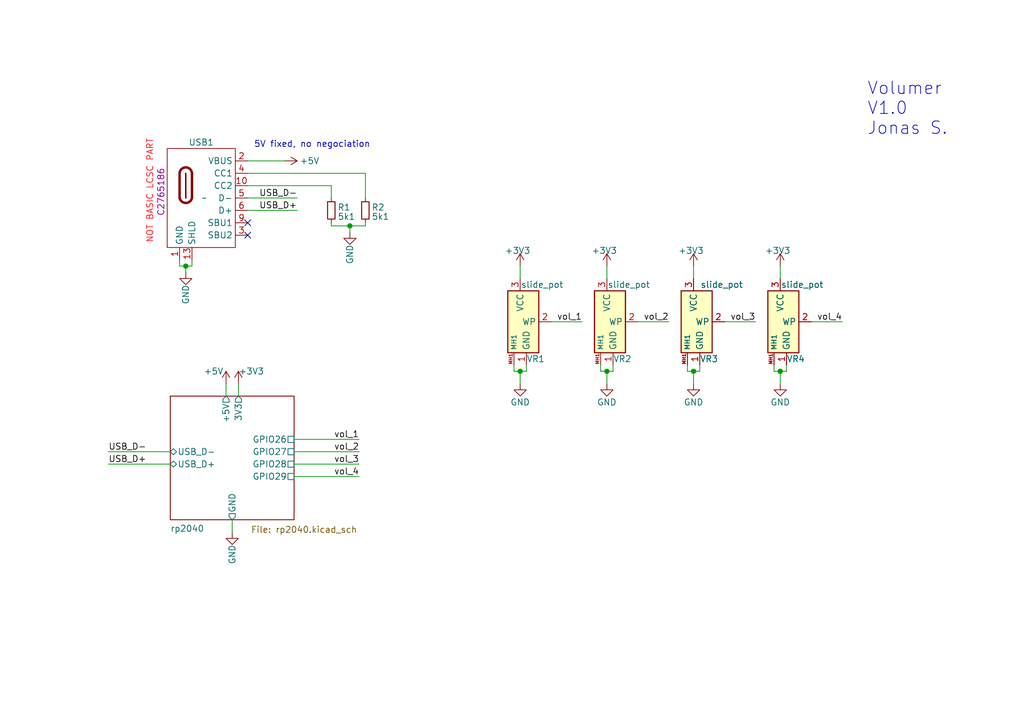
<source format=kicad_sch>
(kicad_sch (version 20230121) (generator eeschema)
  (paper "A5")
  (title_block (title "Volumer") (date "2023-11-13") (rev "1.0") (company "Jonas S."))
  (lib_symbols
    (symbol "Device:R_Small" (pin_numbers hide) (pin_names (offset 0.254) hide)
      (property "Reference" "R" (at 0.762 0.508 0))
      (property "Value" "R_Small" (at 0.762 -1.016 0))
      (symbol "R_Small_0_1"
        (rectangle (start -0.762 1.778) (end 0.762 -1.778) (stroke (width 0.2032)))
      )
      (symbol "R_Small_1_1"
        (pin passive line (at 0 2.54 270) (length 0.762) (name "~") (number "1"))
        (pin passive line (at 0 -2.54 90) (length 0.762) (name "~") (number "2"))
      )
    )
    (symbol "USB_C:USBC_16P"
      (property "Reference" "USB" (at 2.54 11.43 0))
      (property "LCSC" "C2765186" (at 0 0 0))
      (symbol "USBC_16P_0_1"
        (rectangle (start -7.62 10.16) (end 6.35 -10.16))
      )
      (symbol "USBC_16P_1_1"
        (arc (start -5.08 0) (mid -3.81 -1.0075) (end -2.54 0) (stroke (width 0.5)))
        (rectangle (start -3.81 5.08) (end -3.81 0) (stroke (width 0.3)))
        (arc (start -2.54 5.08) (mid -3.81 6.286) (end -5.08 5.08) (stroke (width 0.5)))
        (polyline (pts (xy -5.08 5.08) (xy -5.08 0)) (stroke (width 0.5)))
        (polyline (pts (xy -2.54 5.08) (xy -2.54 0)) (stroke (width 0.5)))
        (pin passive line (at -5.08 -12.7 90) (length 2.54) (name "GND") (number "1"))
        (pin passive line (at 8.89 2.54 180) (length 2.54) (name "CC2") (number "10"))
        (pin passive line (at 8.89 7.62 180) (length 2.54) hide (name "VBUS") (number "11"))
        (pin passive line (at -5.08 -12.7 90) (length 2.54) hide (name "GND") (number "12"))
        (pin passive line (at -2.54 -12.7 90) (length 2.54) (name "SHLD") (number "13"))
        (pin passive line (at 8.89 7.62 180) (length 2.54) (name "VBUS") (number "2"))
        (pin passive line (at 8.89 -7.62 180) (length 2.54) (name "SBU2") (number "3"))
        (pin passive line (at 8.89 5.08 180) (length 2.54) (name "CC1") (number "4"))
        (pin passive line (at 8.89 0 180) (length 2.54) (name "D-") (number "5"))
        (pin passive line (at 8.89 -2.54 180) (length 2.54) (name "D+") (number "6"))
        (pin passive line (at 8.89 0 180) (length 2.54) hide (name "D-") (number "7"))
        (pin passive line (at 8.89 -2.54 180) (length 2.54) hide (name "D+") (number "8"))
        (pin passive line (at 8.89 -5.08 180) (length 2.54) (name "SBU1") (number "9"))
      )
    )
    (symbol "power:+3V3" (power) (pin_names (offset 0))
      (property "Value" "+3V3" (at 0 3.556 0))
      (symbol "+3V3_0_1"
        (polyline (pts (xy -0.762 1.27) (xy 0 2.54)))
        (polyline (pts (xy 0 0) (xy 0 2.54)))
        (polyline (pts (xy 0 2.54) (xy 0.762 1.27)))
      )
      (symbol "+3V3_1_1"
        (pin power_in line (at 0 0 90) (length 0) hide (name "+3V3") (number "1"))
      )
    )
    (symbol "power:+5V" (power) (pin_names (offset 0))
      (property "Value" "+5V" (at 0 3.556 0))
      (symbol "+5V_0_1"
        (polyline (pts (xy -0.762 1.27) (xy 0 2.54)))
        (polyline (pts (xy 0 0) (xy 0 2.54)))
        (polyline (pts (xy 0 2.54) (xy 0.762 1.27)))
      )
      (symbol "+5V_1_1"
        (pin power_in line (at 0 0 90) (length 0) hide (name "+5V") (number "1"))
      )
    )
    (symbol "power:GND" (power) (pin_names (offset 0))
      (property "Value" "GND" (at 0 -3.81 0))
      (symbol "GND_0_1"
        (polyline (pts (xy 0 0) (xy 0 -1.27) (xy 1.27 -1.27) (xy 0 -2.54) (xy -1.27 -1.27) (xy 0 -1.27)))
      )
      (symbol "GND_1_1"
        (pin power_in line (at 0 0 270) (length 0) hide (name "GND") (number "1"))
      )
    )
    (symbol "slide_pot_1"
      (property "Reference" "VR" (at 10.16 -13.97 0))
      (property "Value" "slide_pot" (at 8.89 2.54 0))
      (symbol "slide_pot_1_1_1"
        (rectangle (start 5.08 0) (end 11.43 -12.7) (stroke (width 0.254)) (fill (type background)))
        (pin passive line (at 8.89 -15.24 90) (length 2.54) (name "GND") (number "1"))
        (pin passive line (at 13.97 -6.35 180) (length 2.54) (name "WP") (number "2"))
        (pin passive line (at 7.62 2.54 270) (length 2.54) (name "VCC") (number "3"))
        (pin passive line (at 6.35 -15.24 90) (length 2.54) (name "MH1") (number "MH1"))
        (pin passive line (at 6.35 -15.24 90) (length 2.54) hide (name "MH2") (number "MH2"))
        (pin passive line (at 6.35 -15.24 90) (length 2.54) hide (name "MH3") (number "MH3"))
        (pin passive line (at 6.35 -15.24 90) (length 2.54) hide (name "MH4") (number "MH4"))
      )
    )
  )
  (junction (at 124.46 76.2))
  (junction (at 160.02 76.2))
  (junction (at 106.68 76.2))
  (junction (at 71.755 46.355))
  (junction (at 142.24 76.2))
  (junction (at 38.1 54.61))
  (no_connect (at 50.8 48.26))
  (no_connect (at 50.8 45.72))
  (wire (pts (xy 143.51 74.93) (xy 143.51 76.2)))
  (wire (pts (xy 140.97 76.2) (xy 142.24 76.2)))
  (wire (pts (xy 160.02 54.61) (xy 160.02 57.15)))
  (wire (pts (xy 50.8 33.02) (xy 58.42 33.02)))
  (wire (pts (xy 36.83 54.61) (xy 38.1 54.61)))
  (wire (pts (xy 130.81 66.04) (xy 137.16 66.04)))
  (wire (pts (xy 125.73 76.2) (xy 124.46 76.2)))
  (wire (pts (xy 105.41 74.93) (xy 105.41 76.2)))
  (wire (pts (xy 74.93 35.56) (xy 74.93 40.64)))
  (wire (pts (xy 123.19 74.93) (xy 123.19 76.2)))
  (wire (pts (xy 67.945 45.72) (xy 67.945 46.355)))
  (wire (pts (xy 148.59 66.04) (xy 154.94 66.04)))
  (wire (pts (xy 22.225 95.25) (xy 34.925 95.25)))
  (wire (pts (xy 161.29 76.2) (xy 160.02 76.2)))
  (wire (pts (xy 166.37 66.04) (xy 172.72 66.04)))
  (wire (pts (xy 47.625 106.68) (xy 47.625 109.22)))
  (wire (pts (xy 160.02 76.2) (xy 160.02 78.74)))
  (wire (pts (xy 67.945 38.1) (xy 67.945 40.64)))
  (wire (pts (xy 143.51 76.2) (xy 142.24 76.2)))
  (wire (pts (xy 71.755 46.355) (xy 71.755 47.625)))
  (wire (pts (xy 106.68 76.2) (xy 106.68 78.74)))
  (wire (pts (xy 50.8 40.64) (xy 60.96 40.64)))
  (wire (pts (xy 158.75 74.93) (xy 158.75 76.2)))
  (wire (pts (xy 39.37 53.34) (xy 39.37 54.61)))
  (wire (pts (xy 124.46 76.2) (xy 124.46 78.74)))
  (wire (pts (xy 36.83 53.34) (xy 36.83 54.61)))
  (wire (pts (xy 74.93 45.72) (xy 74.93 46.355)))
  (wire (pts (xy 107.95 76.2) (xy 106.68 76.2)))
  (wire (pts (xy 50.8 38.1) (xy 67.945 38.1)))
  (wire (pts (xy 38.1 54.61) (xy 38.1 55.88)))
  (wire (pts (xy 60.325 92.71) (xy 73.66 92.71)))
  (wire (pts (xy 113.03 66.04) (xy 119.38 66.04)))
  (wire (pts (xy 124.46 54.61) (xy 124.46 57.15)))
  (wire (pts (xy 140.97 74.93) (xy 140.97 76.2)))
  (wire (pts (xy 158.75 76.2) (xy 160.02 76.2)))
  (wire (pts (xy 142.24 76.2) (xy 142.24 78.74)))
  (wire (pts (xy 107.95 74.93) (xy 107.95 76.2)))
  (wire (pts (xy 60.325 95.25) (xy 73.66 95.25)))
  (wire (pts (xy 39.37 54.61) (xy 38.1 54.61)))
  (wire (pts (xy 74.93 46.355) (xy 71.755 46.355)))
  (wire (pts (xy 67.945 46.355) (xy 71.755 46.355)))
  (wire (pts (xy 105.41 76.2) (xy 106.68 76.2)))
  (wire (pts (xy 22.225 92.71) (xy 34.925 92.71)))
  (wire (pts (xy 125.73 74.93) (xy 125.73 76.2)))
  (wire (pts (xy 60.325 90.17) (xy 73.66 90.17)))
  (wire (pts (xy 46.355 78.74) (xy 46.355 81.28)))
  (wire (pts (xy 50.8 35.56) (xy 74.93 35.56)))
  (wire (pts (xy 106.68 54.61) (xy 106.68 57.15)))
  (wire (pts (xy 161.29 74.93) (xy 161.29 76.2)))
  (wire (pts (xy 50.8 43.18) (xy 60.96 43.18)))
  (wire (pts (xy 142.24 54.61) (xy 142.24 57.15)))
  (wire (pts (xy 48.895 78.74) (xy 48.895 81.28)))
  (wire (pts (xy 123.19 76.2) (xy 124.46 76.2)))
  (wire (pts (xy 60.325 97.79) (xy 73.66 97.79)))
  (text "NOT BASIC LCSC PART" (at 31.496 50.038 90) (effects (font (size 1.27 1.27)) (justify left bottom)))
  (text "Volumer\nV1.0\nJonas S." (at 177.8 27.94 0) (effects (font (size 2.54 2.54)) (justify left bottom)))
  (text "5V fixed, no negociation" (at 52.07 30.48 0) (effects (font (size 1.27 1.27)) (justify left bottom)))
  (label "vol_3" (at 73.66 95.25 180))
  (label "USB_D+" (at 22.225 95.25 0))
  (label "vol_4" (at 172.72 66.04 180))
  (label "vol_3" (at 154.94 66.04 180))
  (label "vol_4" (at 73.66 97.79 180))
  (label "vol_2" (at 73.66 92.71 180))
  (label "USB_D+" (at 60.96 43.18 180))
  (label "USB_D-" (at 60.96 40.64 180))
  (label "vol_1" (at 73.66 90.17 180))
  (label "vol_2" (at 137.16 66.04 180))
  (label "USB_D-" (at 22.225 92.71 0))
  (label "vol_1" (at 119.38 66.04 180))
  (symbol (lib_id "Device:R_Small") (at 67.945 43.18 0) (unit 1)
    (property "Reference" "R1" (at 69.215 42.545 0) (effects (justify left)))
    (property "Value" "5k1" (at 69.215 44.45 0) (effects (justify left)))
    (property "Footprint" "Resistor_SMD:R_0603_1608Metric" (effects hide))
    (property "LCSC" "C23186" (effects hide))
  )
  (symbol (lib_id "power:+3V3") (at 106.68 54.61 0) (unit 1)
    (property "Reference" "#PWR07" (effects hide))
    (property "Value" "+3V3" (at 103.505 51.435 0) (effects (justify left)))
  )
  (symbol (lib_id "power:+3V3") (at 48.895 78.74 0) (unit 1)
    (property "Reference" "#PWR04" (effects hide))
    (property "Value" "+3V3" (at 48.895 76.2 0) (effects (justify left)))
  )
  (symbol (lib_name "slide_pot_1") (lib_id "PTA4543-2015CPB104:slide_pot") (at 152.4 59.69 0) (unit 1)
    (property "Reference" "VR4" (at 165.1 73.66 0) (effects (justify right)))
    (property "Value" "slide_pot" (at 168.91 58.42 0) (effects (justify right)))
    (property "Footprint" "PTA45432015CPB503" (effects hide))
    (property "Datasheet" "https://componentsearchengine.com/Datasheets/1/PTA4543-2015CPB503.pdf" (effects hide))
    (property "Height" "21.5" (effects hide))
    (property "Mouser Part Number" "652-PTA45432015CPB10" (effects hide))
    (property "Mouser Price/Stock" "https://www.mouser.co.uk/ProductDetail/Bourns/PTA4543-2015CPB104?qs=Zq5ylnUbLm5bgYHDzxuH5g%3D%3D" (effects hide))
    (property "Manufacturer_Name" "Bourns" (effects hide))
    (property "Manufacturer_Part_Number" "PTA4543-2015CPB104" (effects hide))
  )
  (symbol (lib_id "power:+5V") (at 58.42 33.02 270) (unit 1)
    (property "Reference" "#PWR05" (effects hide))
    (property "Value" "+5V" (at 63.5 33.02 90))
  )
  (symbol (lib_id "Device:R_Small") (at 74.93 43.18 0) (unit 1)
    (property "Reference" "R2" (at 76.2 42.545 0) (effects (justify left)))
    (property "Value" "5k1" (at 76.2 44.45 0) (effects (justify left)))
    (property "Footprint" "Resistor_SMD:R_0603_1608Metric" (effects hide))
    (property "LCSC" "C23186" (effects hide))
  )
  (symbol (lib_id "power:GND") (at 38.1 55.88 0) (unit 1)
    (property "Reference" "#PWR01" (effects hide))
    (property "Value" "GND" (at 38.1 58.42 90) (effects (justify right)))
  )
  (symbol (lib_name "slide_pot_1") (lib_id "PTA4543-2015CPB104:slide_pot") (at 134.62 59.69 0) (unit 1)
    (property "Reference" "VR3" (at 147.32 73.66 0) (effects (justify right)))
    (property "Value" "slide_pot" (at 152.4 58.42 0) (effects (justify right)))
    (property "Footprint" "PTA45432015CPB503" (effects hide))
    (property "Datasheet" "https://componentsearchengine.com/Datasheets/1/PTA4543-2015CPB503.pdf" (effects hide))
    (property "Height" "21.5" (effects hide))
    (property "Mouser Part Number" "652-PTA45432015CPB10" (effects hide))
    (property "Mouser Price/Stock" "https://www.mouser.co.uk/ProductDetail/Bourns/PTA4543-2015CPB104?qs=Zq5ylnUbLm5bgYHDzxuH5g%3D%3D" (effects hide))
    (property "Manufacturer_Name" "Bourns" (effects hide))
    (property "Manufacturer_Part_Number" "PTA4543-2015CPB104" (effects hide))
  )
  (symbol (lib_name "slide_pot_1") (lib_id "PTA4543-2015CPB104:slide_pot") (at 99.06 59.69 0) (unit 1)
    (property "Reference" "VR1" (at 111.76 73.66 0) (effects (justify right)))
    (property "Value" "slide_pot" (at 115.57 58.42 0) (effects (justify right)))
    (property "Footprint" "PTA45432015CPB503" (effects hide))
    (property "Datasheet" "https://componentsearchengine.com/Datasheets/1/PTA4543-2015CPB503.pdf" (effects hide))
    (property "Height" "21.5" (effects hide))
    (property "Mouser Part Number" "652-PTA45432015CPB10" (effects hide))
    (property "Mouser Price/Stock" "https://www.mouser.co.uk/ProductDetail/Bourns/PTA4543-2015CPB104?qs=Zq5ylnUbLm5bgYHDzxuH5g%3D%3D" (effects hide))
    (property "Manufacturer_Name" "Bourns" (effects hide))
    (property "Manufacturer_Part_Number" "PTA4543-2015CPB104" (effects hide))
  )
  (symbol (lib_id "power:GND") (at 142.24 78.74 0) (unit 1)
    (property "Reference" "#PWR012" (effects hide))
    (property "Value" "GND" (at 142.24 82.55 0))
  )
  (symbol (lib_id "USB_C:USBC_16P") (at 41.91 40.64 0) (unit 1)
    (property "Reference" "USB1" (at 41.275 29.21 0))
    (property "Value" "~" (at 41.91 40.64 0))
    (property "Footprint" "USBC:USBC_16P" (effects hide))
    (property "LCSC" "C2765186" (at 33.02 39.37 90))
  )
  (symbol (lib_name "slide_pot_1") (lib_id "PTA4543-2015CPB104:slide_pot") (at 116.84 59.69 0) (unit 1)
    (property "Reference" "VR2" (at 129.54 73.66 0) (effects (justify right)))
    (property "Value" "slide_pot" (at 133.35 58.42 0) (effects (justify right)))
    (property "Footprint" "PTA45432015CPB503" (effects hide))
    (property "Datasheet" "https://componentsearchengine.com/Datasheets/1/PTA4543-2015CPB503.pdf" (effects hide))
    (property "Height" "21.5" (effects hide))
    (property "Mouser Part Number" "652-PTA45432015CPB10" (effects hide))
    (property "Mouser Price/Stock" "https://www.mouser.co.uk/ProductDetail/Bourns/PTA4543-2015CPB104?qs=Zq5ylnUbLm5bgYHDzxuH5g%3D%3D" (effects hide))
    (property "Manufacturer_Name" "Bourns" (effects hide))
    (property "Manufacturer_Part_Number" "PTA4543-2015CPB104" (effects hide))
  )
  (symbol (lib_id "power:GND") (at 47.625 109.22 0) (unit 1)
    (property "Reference" "#PWR03" (effects hide))
    (property "Value" "GND" (at 47.625 111.76 90) (effects (justify right)))
  )
  (symbol (lib_id "power:GND") (at 160.02 78.74 0) (unit 1)
    (property "Reference" "#PWR014" (effects hide))
    (property "Value" "GND" (at 160.02 82.55 0))
  )
  (symbol (lib_id "power:GND") (at 106.68 78.74 0) (unit 1)
    (property "Reference" "#PWR08" (effects hide))
    (property "Value" "GND" (at 106.68 82.55 0))
  )
  (symbol (lib_id "power:+3V3") (at 124.46 54.61 0) (unit 1)
    (property "Reference" "#PWR09" (effects hide))
    (property "Value" "+3V3" (at 121.285 51.435 0) (effects (justify left)))
  )
  (symbol (lib_id "power:+5V") (at 46.355 78.74 0) (unit 1)
    (property "Reference" "#PWR02" (effects hide))
    (property "Value" "+5V" (at 43.815 76.2 0))
  )
  (symbol (lib_id "power:GND") (at 71.755 47.625 0) (unit 1)
    (property "Reference" "#PWR06" (effects hide))
    (property "Value" "GND" (at 71.755 50.165 90) (effects (justify right)))
  )
  (symbol (lib_id "power:GND") (at 124.46 78.74 0) (unit 1)
    (property "Reference" "#PWR010" (effects hide))
    (property "Value" "GND" (at 124.46 82.55 0))
  )
  (symbol (lib_id "power:+3V3") (at 160.02 54.61 0) (unit 1)
    (property "Reference" "#PWR013" (effects hide))
    (property "Value" "+3V3" (at 156.845 51.435 0) (effects (justify left)))
  )
  (symbol (lib_id "power:+3V3") (at 142.24 54.61 0) (unit 1)
    (property "Reference" "#PWR011" (effects hide))
    (property "Value" "+3V3" (at 139.065 51.435 0) (effects (justify left)))
  )
  (sheet (at 34.925 81.28) (size 25.4 25.4) (stroke (width 0.1524))
    (property "Sheetname" "rp2040" (at 34.925 109.22 0) (effects (justify left bottom)))
    (property "Sheetfile" "rp2040.kicad_sch" (at 51.435 107.95 0) (effects (justify left top)))
    (pin "GPIO27" passive (at 60.325 92.71 0))
    (pin "GPIO26" passive (at 60.325 90.17 0))
    (pin "GPIO28" passive (at 60.325 95.25 0))
    (pin "GPIO29" passive (at 60.325 97.79 0))
    (pin "3V3" output (at 48.895 81.28 90))
    (pin "GND" output (at 47.625 106.68 270))
    (pin "USB_D-" bidirectional (at 34.925 92.71 180))
    (pin "USB_D+" bidirectional (at 34.925 95.25 180))
    (pin "+5V" output (at 46.355 81.28 90))
  )
)
</source>
